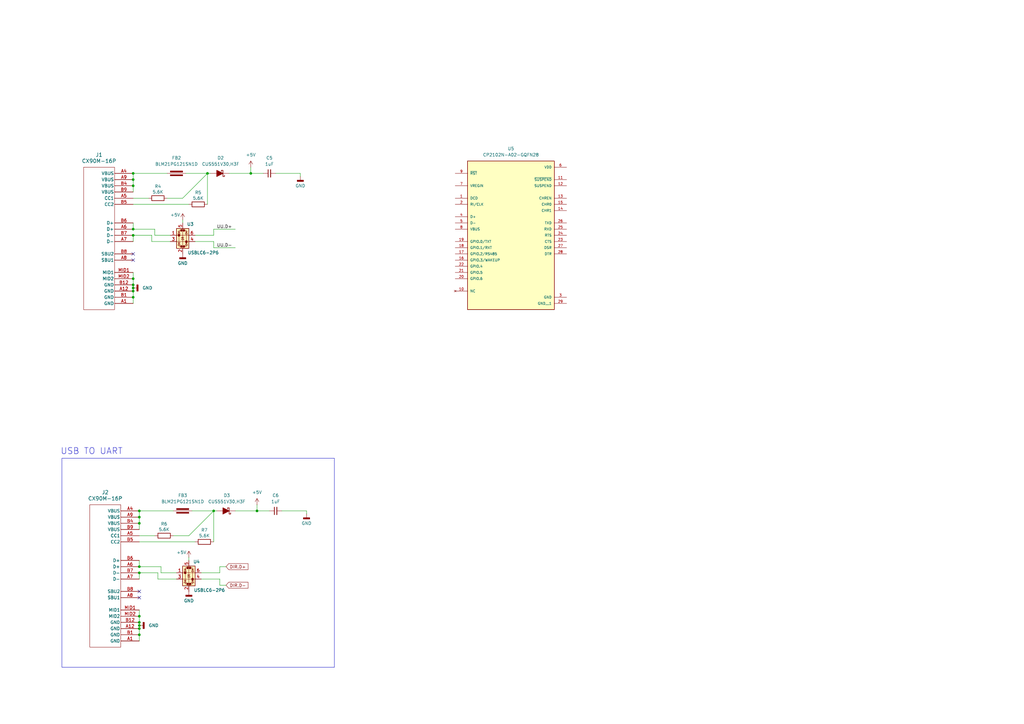
<source format=kicad_sch>
(kicad_sch (version 20250114) (generator "eeschema") (generator_version "9.0")
  (paper "A3")
  (title_block (title "ESP MACRO PAD") (date "2025-10-01") (rev "1") (company "Ronald Tun"))
  (lib_symbols
    (symbol "CP2102N-A02-GQFN28:CP2102N-A02-GQFN28" (pin_names (offset 1.016))
      (property "Reference" "U" (at -17.78 33.02 0))
      (property "Value" "CP2102N-A02-GQFN28" (at -17.78 -35.56 0))
      (symbol "CP2102N-A02-GQFN28_0_0"
        (rectangle (start -17.78 -30.48) (end 17.78 30.48) (stroke (width 0.254)) (fill (type background)))
        (pin input line (at -22.86 25.4 0) (length 5.08) (name "~{RST}") (number "9"))
        (pin input line (at -22.86 20.32 0) (length 5.08) (name "VREGIN") (number "7"))
        (pin input line (at -22.86 15.24 0) (length 5.08) (name "DCD") (number "1"))
        (pin bidirectional line (at -22.86 12.7 0) (length 5.08) (name "RI/CLK") (number "2"))
        (pin bidirectional line (at -22.86 7.62 0) (length 5.08) (name "D+") (number "4"))
        (pin bidirectional line (at -22.86 5.08 0) (length 5.08) (name "D-") (number "5"))
        (pin input line (at -22.86 2.54 0) (length 5.08) (name "VBUS") (number "8"))
        (pin bidirectional line (at -22.86 -2.54 0) (length 5.08) (name "GPIO.0/TXT") (number "19"))
        (pin bidirectional line (at -22.86 -5.08 0) (length 5.08) (name "GPIO.1/RXT") (number "18"))
        (pin bidirectional line (at -22.86 -7.62 0) (length 5.08) (name "GPIO.2/RS485") (number "17"))
        (pin bidirectional line (at -22.86 -10.16 0) (length 5.08) (name "GPIO.3/WAKEUP") (number "16"))
        (pin bidirectional line (at -22.86 -12.7 0) (length 5.08) (name "GPIO.4") (number "22"))
        (pin bidirectional line (at -22.86 -15.24 0) (length 5.08) (name "GPIO.5") (number "21"))
        (pin bidirectional line (at -22.86 -17.78 0) (length 5.08) (name "GPIO.6") (number "20"))
        (pin no_connect line (at -22.86 -22.86 0) (length 5.08) (name "NC") (number "10"))
        (pin power_in line (at 22.86 27.94 180) (length 5.08) (name "VDD") (number "6"))
        (pin output line (at 22.86 22.86 180) (length 5.08) (name "~{SUSPEND}") (number "11"))
        (pin output line (at 22.86 20.32 180) (length 5.08) (name "SUSPEND") (number "12"))
        (pin output line (at 22.86 15.24 180) (length 5.08) (name "CHREN") (number "13"))
        (pin output line (at 22.86 12.7 180) (length 5.08) (name "CHR0") (number "15"))
        (pin output line (at 22.86 10.16 180) (length 5.08) (name "CHR1") (number "14"))
        (pin output line (at 22.86 5.08 180) (length 5.08) (name "TXD") (number "26"))
        (pin input line (at 22.86 2.54 180) (length 5.08) (name "RXD") (number "25"))
        (pin output line (at 22.86 0 180) (length 5.08) (name "RTS") (number "24"))
        (pin input line (at 22.86 -2.54 180) (length 5.08) (name "CTS") (number "23"))
        (pin input line (at 22.86 -5.08 180) (length 5.08) (name "DSR") (number "27"))
        (pin output line (at 22.86 -7.62 180) (length 5.08) (name "DTR") (number "28"))
        (pin power_in line (at 22.86 -25.4 180) (length 5.08) (name "GND") (number "3"))
        (pin power_in line (at 22.86 -27.94 180) (length 5.08) (name "GND__1") (number "29"))
      )
    )
    (symbol "CX90M-16P:CX90M-16P" (pin_names (offset 0.254))
      (property "Reference" "J" (at 20.32 12.7 0))
      (property "Value" "CX90M-16P" (at 20.32 10.16 0))
      (symbol "CX90M-16P_0_1"
        (pin unspecified line (at 33.02 5.08 180) (length 7.62) (name "VBUS") (number "A4"))
        (pin unspecified line (at 33.02 2.54 180) (length 7.62) (name "VBUS") (number "A9"))
        (pin unspecified line (at 33.02 0 180) (length 7.62) (name "VBUS") (number "B4"))
        (pin unspecified line (at 33.02 -2.54 180) (length 7.62) (name "VBUS") (number "B9"))
        (pin bidirectional line (at 33.02 -5.08 180) (length 7.62) (name "CC1") (number "A5"))
        (pin bidirectional line (at 33.02 -7.62 180) (length 7.62) (name "CC2") (number "B5"))
        (pin unspecified line (at 33.02 -15.24 180) (length 7.62) (name "D+") (number "B6"))
        (pin unspecified line (at 33.02 -17.78 180) (length 7.62) (name "D+") (number "A6"))
        (pin bidirectional line (at 33.02 -20.32 180) (length 7.62) (name "D-") (number "B7"))
        (pin bidirectional line (at 33.02 -22.86 180) (length 7.62) (name "D-") (number "A7"))
        (pin bidirectional line (at 33.02 -27.94 180) (length 7.62) (name "SBU2") (number "B8"))
        (pin bidirectional line (at 33.02 -30.48 180) (length 7.62) (name "SBU1") (number "A8"))
        (pin bidirectional line (at 33.02 -35.56 180) (length 7.62) (name "MID1") (number "MID1"))
        (pin bidirectional line (at 33.02 -38.1 180) (length 7.62) (name "MID2") (number "MID2"))
        (pin power_out line (at 33.02 -40.64 180) (length 7.62) (name "GND") (number "B12"))
        (pin power_out line (at 33.02 -43.18 180) (length 7.62) (name "GND") (number "A12"))
        (pin power_out line (at 33.02 -45.72 180) (length 7.62) (name "GND") (number "B1"))
        (pin power_out line (at 33.02 -48.26 180) (length 7.62) (name "GND") (number "A1"))
      )
      (symbol "CX90M-16P_1_1"
        (rectangle (start 12.7 7.62) (end 25.4 -50.8))
      )
    )
    (symbol "Device:C_Small" (pin_numbers (hide yes)) (pin_names (offset 0.254) (hide yes))
      (property "Reference" "C" (at 0.254 1.778 0))
      (property "Value" "C_Small" (at 0.254 -2.032 0))
      (symbol "C_Small_0_1"
        (polyline (pts (xy -1.524 0.508) (xy 1.524 0.508)) (stroke (width 0.3048)))
        (polyline (pts (xy -1.524 -0.508) (xy 1.524 -0.508)) (stroke (width 0.3302)))
      )
      (symbol "C_Small_1_1"
        (pin passive line (at 0 2.54 270) (length 2.032) (name "~") (number "1"))
        (pin passive line (at 0 -2.54 90) (length 2.032) (name "~") (number "2"))
      )
    )
    (symbol "PCM_Device_AKL:Ferrite_Bead" (pin_numbers (hide yes)) (pin_names (offset 0))
      (property "Reference" "FB" (at 0 4.572 0))
      (property "Value" "Ferrite_Bead" (at 0 3.175 0))
      (symbol "Ferrite_Bead_0_1"
        (rectangle (start -2.54 1.016) (end 2.54 0.508) (fill (type outline)))
        (polyline (pts (xy 2.54 0) (xy -2.54 0)))
      )
      (symbol "Ferrite_Bead_1_1"
        (rectangle (start -2.54 -0.508) (end 2.54 -1.016) (fill (type outline)))
        (pin passive line (at -3.81 0 0) (length 1.27) (name "~") (number "1"))
        (pin passive line (at 3.81 0 180) (length 1.27) (name "~") (number "2"))
      )
    )
    (symbol "PCM_Diode_Schottky_AKL:CUS551V30,HF" (pin_numbers (hide yes)) (pin_names (offset 1.016) (hide yes))
      (property "Reference" "D" (at 0 6.35 0))
      (property "Value" "CUS551V30,H3F" (at 0 3.81 0))
      (symbol "CUS551V30,HF_0_1"
        (polyline (pts (xy -1.27 0) (xy 1.27 0)))
        (polyline (pts (xy -1.27 -1.27) (xy -1.27 1.27) (xy 1.27 0) (xy -1.27 -1.27)) (stroke (width 0.254)) (fill (type outline)))
        (polyline (pts (xy 1.905 -0.762) (xy 1.905 -1.27) (xy 1.27 -1.27) (xy 1.27 1.27) (xy 0.635 1.27) (xy 0.635 0.762)) (stroke (width 0.254)))
      )
      (symbol "CUS551V30,HF_0_2"
        (polyline (pts (xy -2.54 -2.54) (xy 2.54 2.54)))
        (polyline (pts (xy -0.889 -0.889) (xy -1.778 0) (xy 0.889 0.889) (xy 0 -1.778) (xy -0.889 -0.889)) (stroke (width 0.254)) (fill (type outline)))
        (polyline (pts (xy 0 1.778) (xy 1.778 0)) (stroke (width 0.254)))
        (polyline (pts (xy 0 1.778) (xy -0.381 1.397) (xy 0 1.016)) (stroke (width 0.254)))
        (polyline (pts (xy 1.778 0) (xy 2.159 0.381) (xy 1.778 0.762)) (stroke (width 0.254)))
      )
      (symbol "CUS551V30,HF_1_1"
        (pin passive line (at -3.81 0 0) (length 2.54) (name "A") (number "2"))
        (pin passive line (at 3.81 0 180) (length 2.54) (name "K") (number "1"))
      )
      (symbol "CUS551V30,HF_1_2"
        (pin passive line (at -2.54 -2.54 0) (length 0) (name "A") (number "2"))
        (pin passive line (at 2.54 2.54 180) (length 0) (name "K") (number "1"))
      )
    )
    (symbol "PCM_Resistor_AKL:R_0603" (pin_numbers (hide yes)) (pin_names (offset 0))
      (property "Reference" "R" (at 2.54 1.27 0))
      (property "Value" "R_0603" (at 2.54 -1.27 0))
      (symbol "R_0603_0_1"
        (rectangle (start -1.016 2.54) (end 1.016 -2.54) (stroke (width 0.254)))
      )
      (symbol "R_0603_0_2"
        (polyline (pts (xy -2.54 -2.54) (xy -1.524 -1.524)))
        (polyline (pts (xy 1.524 1.524) (xy 2.54 2.54)))
        (polyline (pts (xy 1.524 1.524) (xy 0.889 2.159) (xy -2.159 -0.889) (xy -0.889 -2.159) (xy 2.159 0.889) (xy 1.524 1.524)) (stroke (width 0.254)))
      )
      (symbol "R_0603_1_1"
        (pin passive line (at 0 3.81 270) (length 1.27) (name "~") (number "1"))
        (pin passive line (at 0 -3.81 90) (length 1.27) (name "~") (number "2"))
      )
      (symbol "R_0603_1_2"
        (pin passive line (at -2.54 -2.54 0) (length 0) (name "") (number "2"))
        (pin passive line (at 2.54 2.54 180) (length 0) (name "") (number "1"))
      )
    )
    (symbol "Power_Protection:USBLC6-2P6" (pin_names (hide yes))
      (property "Reference" "U" (at 0.635 5.715 0))
      (property "Value" "USBLC6-2P6" (at 0.635 3.81 0))
      (symbol "USBLC6-2P6_0_0"
        (circle (center -1.524 0) (radius 0.0001) (stroke (width 0.508)))
        (circle (center -0.508 2.032) (radius 0.0001) (stroke (width 0.508)))
        (circle (center -0.508 -4.572) (radius 0.0001) (stroke (width 0.508)))
        (circle (center 0.508 2.032) (radius 0.0001) (stroke (width 0.508)))
        (circle (center 0.508 -4.572) (radius 0.0001) (stroke (width 0.508)))
        (circle (center 1.524 -2.54) (radius 0.0001) (stroke (width 0.508)))
      )
      (symbol "USBLC6-2P6_0_1"
        (polyline (pts (xy -2.54 0) (xy 2.54 0)))
        (polyline (pts (xy -2.54 -2.54) (xy 2.54 -2.54)))
        (polyline (pts (xy -2.032 0.508) (xy -1.016 0.508) (xy -1.524 1.524) (xy -2.032 0.508)))
        (polyline (pts (xy -2.032 -3.048) (xy -1.016 -3.048)))
        (polyline (pts (xy -1.016 1.524) (xy -2.032 1.524)))
        (polyline (pts (xy -1.016 -4.064) (xy -2.032 -4.064) (xy -1.524 -3.048) (xy -1.016 -4.064)))
        (polyline (pts (xy -0.508 -1.143) (xy -0.508 -0.762) (xy 0.508 -0.762)))
        (polyline (pts (xy 0 2.54) (xy -0.508 2.032) (xy 0.508 2.032) (xy 0 1.524) (xy 0 -4.064) (xy -0.508 -4.572) (xy 0.508 -4.572) (xy 0 -5.08)))
        (polyline (pts (xy 0.508 -1.778) (xy -0.508 -1.778) (xy 0 -0.762) (xy 0.508 -1.778)))
        (polyline (pts (xy 1.016 1.524) (xy 2.032 1.524)))
        (polyline (pts (xy 1.016 -3.048) (xy 2.032 -3.048)))
        (polyline (pts (xy 2.032 0.508) (xy 1.016 0.508) (xy 1.524 1.524) (xy 2.032 0.508)))
        (polyline (pts (xy 2.032 -4.064) (xy 1.016 -4.064) (xy 1.524 -3.048) (xy 2.032 -4.064)))
      )
      (symbol "USBLC6-2P6_1_1"
        (rectangle (start -2.54 2.794) (end 2.54 -5.334) (stroke (width 0.254)) (fill (type background)))
        (polyline (pts (xy -0.508 2.032) (xy -1.524 2.032) (xy -1.524 -4.572) (xy -0.508 -4.572)))
        (polyline (pts (xy 0.508 -4.572) (xy 1.524 -4.572) (xy 1.524 2.032) (xy 0.508 2.032)))
        (pin passive line (at -5.08 0 0) (length 2.54) (name "I/O1") (number "1"))
        (pin passive line (at -5.08 -2.54 0) (length 2.54) (name "I/O2") (number "3"))
        (pin passive line (at 0 5.08 270) (length 2.54) (name "VBUS") (number "5"))
        (pin passive line (at 0 -7.62 90) (length 2.54) (name "GND") (number "2"))
        (pin passive line (at 5.08 0 180) (length 2.54) (name "I/O1") (number "6"))
        (pin passive line (at 5.08 -2.54 180) (length 2.54) (name "I/O2") (number "4"))
      )
    )
    (symbol "power:+5V" (power) (pin_numbers (hide yes)) (pin_names (offset 0) (hide yes))
      (property "Value" "+5V" (at 0 3.556 0))
      (symbol "+5V_0_1"
        (polyline (pts (xy -0.762 1.27) (xy 0 2.54)))
        (polyline (pts (xy 0 2.54) (xy 0.762 1.27)))
        (polyline (pts (xy 0 0) (xy 0 2.54)))
      )
      (symbol "+5V_1_1"
        (pin power_in line (at 0 0 90) (length 0) (name "~") (number "1"))
      )
    )
    (symbol "power:GNDD" (power) (pin_numbers (hide yes)) (pin_names (offset 0) (hide yes))
      (property "Value" "GNDD" (at 0 -3.175 0))
      (symbol "GNDD_0_1"
        (rectangle (start -1.27 -1.524) (end 1.27 -2.032) (stroke (width 0.254)) (fill (type outline)))
        (polyline (pts (xy 0 0) (xy 0 -1.524)))
      )
      (symbol "GNDD_1_1"
        (pin power_in line (at 0 0 270) (length 0) (name "~") (number "1"))
      )
    )
  )
  (rectangle (start 25.4 187.96) (end 137.16 273.685))
  (text "USB TO UART\n" (at 37.592 185.166 0) (effects (font (size 2.54 2.54))))
  (junction (at 54.61 119.38))
  (junction (at 54.61 121.92))
  (junction (at 57.15 214.63))
  (junction (at 102.87 71.12))
  (junction (at 57.15 255.27))
  (junction (at 54.61 73.66))
  (junction (at 57.15 260.35))
  (junction (at 57.15 234.95))
  (junction (at 54.61 114.3))
  (junction (at 54.61 118.11))
  (junction (at 85.09 71.12))
  (junction (at 57.15 212.09))
  (junction (at 57.15 257.81))
  (junction (at 87.63 209.55))
  (junction (at 57.15 256.54))
  (junction (at 54.61 71.12))
  (junction (at 54.61 96.52))
  (junction (at 57.15 252.73))
  (junction (at 57.15 209.55))
  (junction (at 54.61 116.84))
  (junction (at 54.61 76.2))
  (junction (at 54.61 93.98))
  (junction (at 57.15 232.41))
  (junction (at 105.41 209.55))
  (no_connect (at 54.61 104.14))
  (no_connect (at 57.15 242.57))
  (no_connect (at 54.61 106.68))
  (no_connect (at 57.15 245.11))
  (wire (pts (xy 57.15 252.73) (xy 57.15 255.27)))
  (wire (pts (xy 66.04 232.41) (xy 57.15 232.41)))
  (wire (pts (xy 54.61 111.76) (xy 54.61 114.3)))
  (wire (pts (xy 87.63 101.6) (xy 87.63 99.06)))
  (wire (pts (xy 64.77 237.49) (xy 72.39 237.49)))
  (wire (pts (xy 57.15 234.95) (xy 57.15 237.49)))
  (wire (pts (xy 54.61 81.28) (xy 60.96 81.28)))
  (wire (pts (xy 102.87 68.58) (xy 102.87 71.12)))
  (wire (pts (xy 71.12 219.71) (xy 77.47 219.71)))
  (wire (pts (xy 54.61 119.38) (xy 54.61 121.92)))
  (wire (pts (xy 74.93 90.17) (xy 74.93 91.44)))
  (wire (pts (xy 90.17 234.95) (xy 82.55 234.95)))
  (wire (pts (xy 90.17 240.03) (xy 92.71 240.03)))
  (wire (pts (xy 54.61 91.44) (xy 54.61 93.98)))
  (wire (pts (xy 85.09 71.12) (xy 86.36 71.12)))
  (wire (pts (xy 54.61 116.84) (xy 54.61 118.11)))
  (wire (pts (xy 57.15 219.71) (xy 63.5 219.71)))
  (wire (pts (xy 66.04 234.95) (xy 72.39 234.95)))
  (wire (pts (xy 90.17 240.03) (xy 90.17 237.49)))
  (wire (pts (xy 57.15 257.81) (xy 57.15 260.35)))
  (wire (pts (xy 54.61 76.2) (xy 54.61 78.74)))
  (wire (pts (xy 63.5 93.98) (xy 54.61 93.98)))
  (wire (pts (xy 54.61 96.52) (xy 54.61 99.06)))
  (wire (pts (xy 76.2 71.12) (xy 85.09 71.12)))
  (wire (pts (xy 57.15 260.35) (xy 57.15 262.89)))
  (wire (pts (xy 85.09 71.12) (xy 85.09 83.82)))
  (wire (pts (xy 105.41 207.01) (xy 105.41 209.55)))
  (wire (pts (xy 57.15 222.25) (xy 80.01 222.25)))
  (wire (pts (xy 54.61 114.3) (xy 54.61 116.84)))
  (wire (pts (xy 87.63 96.52) (xy 80.01 96.52)))
  (wire (pts (xy 105.41 209.55) (xy 110.49 209.55)))
  (wire (pts (xy 63.5 96.52) (xy 69.85 96.52)))
  (wire (pts (xy 57.15 250.19) (xy 57.15 252.73)))
  (wire (pts (xy 77.47 228.6) (xy 77.47 229.87)))
  (wire (pts (xy 74.93 81.28) (xy 85.09 71.12)))
  (wire (pts (xy 57.15 214.63) (xy 57.15 217.17)))
  (wire (pts (xy 102.87 71.12) (xy 107.95 71.12)))
  (wire (pts (xy 57.15 209.55) (xy 71.12 209.55)))
  (wire (pts (xy 68.58 81.28) (xy 74.93 81.28)))
  (wire (pts (xy 77.47 219.71) (xy 87.63 209.55)))
  (wire (pts (xy 57.15 256.54) (xy 57.15 257.81)))
  (wire (pts (xy 125.73 209.55) (xy 125.73 210.82)))
  (wire (pts (xy 87.63 101.6) (xy 96.52 101.6)))
  (wire (pts (xy 115.57 209.55) (xy 125.73 209.55)))
  (wire (pts (xy 54.61 121.92) (xy 54.61 124.46)))
  (wire (pts (xy 90.17 232.41) (xy 92.71 232.41)))
  (wire (pts (xy 66.04 234.95) (xy 66.04 232.41)))
  (wire (pts (xy 57.15 255.27) (xy 57.15 256.54)))
  (wire (pts (xy 96.52 209.55) (xy 105.41 209.55)))
  (wire (pts (xy 54.61 83.82) (xy 77.47 83.82)))
  (wire (pts (xy 54.61 71.12) (xy 68.58 71.12)))
  (wire (pts (xy 64.77 237.49) (xy 64.77 234.95)))
  (wire (pts (xy 64.77 234.95) (xy 57.15 234.95)))
  (wire (pts (xy 90.17 232.41) (xy 90.17 234.95)))
  (wire (pts (xy 54.61 118.11) (xy 54.61 119.38)))
  (wire (pts (xy 62.23 96.52) (xy 54.61 96.52)))
  (wire (pts (xy 62.23 99.06) (xy 69.85 99.06)))
  (wire (pts (xy 78.74 209.55) (xy 87.63 209.55)))
  (wire (pts (xy 57.15 209.55) (xy 57.15 212.09)))
  (wire (pts (xy 87.63 99.06) (xy 80.01 99.06)))
  (wire (pts (xy 87.63 93.98) (xy 96.52 93.98)))
  (wire (pts (xy 93.98 71.12) (xy 102.87 71.12)))
  (wire (pts (xy 57.15 212.09) (xy 57.15 214.63)))
  (wire (pts (xy 57.15 229.87) (xy 57.15 232.41)))
  (wire (pts (xy 54.61 71.12) (xy 54.61 73.66)))
  (wire (pts (xy 87.63 209.55) (xy 87.63 222.25)))
  (wire (pts (xy 87.63 93.98) (xy 87.63 96.52)))
  (wire (pts (xy 87.63 209.55) (xy 88.9 209.55)))
  (wire (pts (xy 63.5 96.52) (xy 63.5 93.98)))
  (wire (pts (xy 54.61 73.66) (xy 54.61 76.2)))
  (wire (pts (xy 113.03 71.12) (xy 123.19 71.12)))
  (wire (pts (xy 123.19 71.12) (xy 123.19 72.39)))
  (wire (pts (xy 90.17 237.49) (xy 82.55 237.49)))
  (wire (pts (xy 62.23 99.06) (xy 62.23 96.52)))
  (label "UU.D+" (at 88.9 93.98 0))
  (label "UU.D-" (at 88.9 101.6 0))
  (global_label "DIR.D-" (shape input) (at 92.71 240.03 0) (property "Intersheetrefs" "${INTERSHEET_REFS}" (effects (hide yes))))
  (global_label "DIR.D+" (shape input) (at 92.71 232.41 0) (property "Intersheetrefs" "${INTERSHEET_REFS}" (effects (hide yes))))
  (symbol (lib_id "PCM_Resistor_AKL:R_0603") (at 83.82 222.25 90) (unit 1)
    (property "Reference" "R7" (at 83.82 217.424 90))
    (property "Value" "5.6K" (at 83.82 219.71 90))
    (property "Footprint" "PCM_Resistor_SMD_AKL:R_0603_1608Metric" (effects (hide yes)))
    (property "Description" "SMD 0603 Chip Resistor, European Symbol, Alternate KiCad Library" (effects (hide yes)))
  )
  (symbol (lib_id "PCM_Diode_Schottky_AKL:CUS551V30,HF") (at 92.71 209.55 0) (unit 1)
    (property "Reference" "D3" (at 93.0275 203.2 0))
    (property "Value" "CUS551V30,H3F" (at 93.0275 205.74 0))
    (property "Footprint" "PCM_Diode_SMD_AKL:D_SOD-323" (effects (hide yes)))
    (property "Datasheet" "https://www.tme.eu/Document/d22a55670b70006afef4e70763097008/CUS520.pdf" (effects (hide yes)))
    (property "Description" "Diode Schottky 30 V 500mA Surface Mount USC" (effects (hide yes)))
  )
  (symbol (lib_id "PCM_Device_AKL:Ferrite_Bead") (at 72.39 71.12 0) (unit 1)
    (property "Reference" "FB2" (at 72.39 64.77 0))
    (property "Value" "BLM21PG121SN1D" (at 72.39 67.31 0))
    (property "Description" "Ferrite bead, Alternate KiCAD Library" (effects (hide yes)))
  )
  (symbol (lib_id "Power_Protection:USBLC6-2P6") (at 77.47 234.95 0) (unit 1)
    (property "Reference" "U4" (at 79.248 230.378 0) (effects (justify left)))
    (property "Value" "USBLC6-2P6" (at 79.502 242.062 0) (effects (justify left)))
    (property "Footprint" "Package_TO_SOT_SMD:SOT-666" (effects (hide yes)))
    (property "Datasheet" "https://www.st.com/resource/en/datasheet/usblc6-2.pdf" (effects (hide yes)))
    (property "Description" "Very low capacitance ESD protection diode, 2 data-line, SOT-666" (effects (hide yes)))
  )
  (symbol (lib_id "power:GNDD") (at 77.47 242.57 0) (unit 1)
    (property "Reference" "#PWR016" (effects (hide yes)))
    (property "Value" "GND" (at 77.47 246.38 0))
    (property "Description" "Power symbol creates a global label with name \"GNDD\" , digital ground" (effects (hide yes)))
  )
  (symbol (lib_id "PCM_Diode_Schottky_AKL:CUS551V30,HF") (at 90.17 71.12 0) (unit 1)
    (property "Reference" "D2" (at 90.4875 64.77 0))
    (property "Value" "CUS551V30,H3F" (at 90.4875 67.31 0))
    (property "Footprint" "PCM_Diode_SMD_AKL:D_SOD-323" (effects (hide yes)))
    (property "Datasheet" "https://www.tme.eu/Document/d22a55670b70006afef4e70763097008/CUS520.pdf" (effects (hide yes)))
    (property "Description" "Diode Schottky 30 V 500mA Surface Mount USC" (effects (hide yes)))
  )
  (symbol (lib_id "CX90M-16P:CX90M-16P") (at 21.59 76.2 0) (unit 1)
    (property "Reference" "J1" (at 40.64 63.5 0) (effects (font (size 1.524 1.524))))
    (property "Value" "CX90M-16P" (at 40.64 66.04 0) (effects (font (size 1.524 1.524))))
    (property "Datasheet" "CX90M-16P" (effects (hide yes)))
  )
  (symbol (lib_id "power:GNDD") (at 54.61 118.11 90) (unit 1)
    (property "Reference" "#PWR019" (effects (hide yes)))
    (property "Value" "GND" (at 58.42 118.1099 90) (effects (justify right)))
    (property "Description" "Power symbol creates a global label with name \"GNDD\" , digital ground" (effects (hide yes)))
  )
  (symbol (lib_id "PCM_Resistor_AKL:R_0603") (at 64.77 81.28 90) (unit 1)
    (property "Reference" "R4" (at 64.77 76.454 90))
    (property "Value" "5.6K" (at 64.77 78.74 90))
    (property "Footprint" "PCM_Resistor_SMD_AKL:R_0603_1608Metric" (effects (hide yes)))
    (property "Description" "SMD 0603 Chip Resistor, European Symbol, Alternate KiCad Library" (effects (hide yes)))
  )
  (symbol (lib_id "CX90M-16P:CX90M-16P") (at 24.13 214.63 0) (unit 1)
    (property "Reference" "J2" (at 43.18 201.93 0) (effects (font (size 1.524 1.524))))
    (property "Value" "CX90M-16P" (at 43.18 204.47 0) (effects (font (size 1.524 1.524))))
    (property "Datasheet" "CX90M-16P" (effects (hide yes)))
  )
  (symbol (lib_id "power:GNDD") (at 57.15 256.54 90) (unit 1)
    (property "Reference" "#PWR020" (effects (hide yes)))
    (property "Value" "GND" (at 60.96 256.5399 90) (effects (justify right)))
    (property "Description" "Power symbol creates a global label with name \"GNDD\" , digital ground" (effects (hide yes)))
  )
  (symbol (lib_id "Device:C_Small") (at 110.49 71.12 90) (unit 1)
    (property "Reference" "C5" (at 110.4963 64.77 90))
    (property "Value" "1uF" (at 110.4963 67.31 90))
    (property "Description" "Unpolarized capacitor, small symbol" (effects (hide yes)))
  )
  (symbol (lib_id "power:+5V") (at 74.93 90.17 0) (unit 1)
    (property "Reference" "#PWR014" (effects (hide yes)))
    (property "Value" "+5V" (at 71.882 88.138 0))
    (property "Description" "Power symbol creates a global label with name \"+5V\"" (effects (hide yes)))
  )
  (symbol (lib_id "CP2102N-A02-GQFN28:CP2102N-A02-GQFN28") (at 209.55 96.52 0) (unit 1)
    (property "Reference" "U5" (at 209.55 60.96 0))
    (property "Value" "CP2102N-A02-GQFN28" (at 209.55 63.5 0))
    (property "Footprint" "CP2102N-A02-GQFN28:QFN50P500X500X80-29N" (effects (hide yes)))
    (property "PARTREV" "1.5" (effects (hide yes)))
    (property "MANUFACTURER" "Silicon Labs" (effects (hide yes)))
    (property "MAXIMUM_PACKAGE_HEIGHT" "0.8 mm" (effects (hide yes)))
    (property "STANDARD" "IPC 7351B" (effects (hide yes)))
  )
  (symbol (lib_id "Power_Protection:USBLC6-2P6") (at 74.93 96.52 0) (unit 1)
    (property "Reference" "U3" (at 76.708 91.948 0) (effects (justify left)))
    (property "Value" "USBLC6-2P6" (at 76.962 103.632 0) (effects (justify left)))
    (property "Footprint" "Package_TO_SOT_SMD:SOT-666" (effects (hide yes)))
    (property "Datasheet" "https://www.st.com/resource/en/datasheet/usblc6-2.pdf" (effects (hide yes)))
    (property "Description" "Very low capacitance ESD protection diode, 2 data-line, SOT-666" (effects (hide yes)))
  )
  (symbol (lib_id "PCM_Resistor_AKL:R_0603") (at 67.31 219.71 90) (unit 1)
    (property "Reference" "R6" (at 67.31 214.884 90))
    (property "Value" "5.6K" (at 67.31 217.17 90))
    (property "Footprint" "PCM_Resistor_SMD_AKL:R_0603_1608Metric" (effects (hide yes)))
    (property "Description" "SMD 0603 Chip Resistor, European Symbol, Alternate KiCad Library" (effects (hide yes)))
  )
  (symbol (lib_id "power:GNDD") (at 74.93 104.14 0) (unit 1)
    (property "Reference" "#PWR013" (effects (hide yes)))
    (property "Value" "GND" (at 74.93 107.95 0))
    (property "Description" "Power symbol creates a global label with name \"GNDD\" , digital ground" (effects (hide yes)))
  )
  (symbol (lib_id "power:+5V") (at 105.41 207.01 0) (unit 1)
    (property "Reference" "#PWR017" (effects (hide yes)))
    (property "Value" "+5V" (at 105.41 201.93 0))
    (property "Description" "Power symbol creates a global label with name \"+5V\"" (effects (hide yes)))
  )
  (symbol (lib_id "power:+5V") (at 77.47 228.6 0) (unit 1)
    (property "Reference" "#PWR015" (effects (hide yes)))
    (property "Value" "+5V" (at 74.422 226.568 0))
    (property "Description" "Power symbol creates a global label with name \"+5V\"" (effects (hide yes)))
  )
  (symbol (lib_id "power:GNDD") (at 125.73 210.82 0) (unit 1)
    (property "Reference" "#PWR018" (effects (hide yes)))
    (property "Value" "GND" (at 125.73 214.63 0))
    (property "Description" "Power symbol creates a global label with name \"GNDD\" , digital ground" (effects (hide yes)))
  )
  (symbol (lib_id "power:+5V") (at 102.87 68.58 0) (unit 1)
    (property "Reference" "#PWR011" (effects (hide yes)))
    (property "Value" "+5V" (at 102.87 63.5 0))
    (property "Description" "Power symbol creates a global label with name \"+5V\"" (effects (hide yes)))
  )
  (symbol (lib_id "Device:C_Small") (at 113.03 209.55 90) (unit 1)
    (property "Reference" "C6" (at 113.0363 203.2 90))
    (property "Value" "1uF" (at 113.0363 205.74 90))
    (property "Description" "Unpolarized capacitor, small symbol" (effects (hide yes)))
  )
  (symbol (lib_id "PCM_Device_AKL:Ferrite_Bead") (at 74.93 209.55 0) (unit 1)
    (property "Reference" "FB3" (at 74.93 203.2 0))
    (property "Value" "BLM21PG121SN1D" (at 74.93 205.74 0))
    (property "Description" "Ferrite bead, Alternate KiCAD Library" (effects (hide yes)))
  )
  (symbol (lib_id "power:GNDD") (at 123.19 72.39 0) (unit 1)
    (property "Reference" "#PWR012" (effects (hide yes)))
    (property "Value" "GND" (at 123.19 76.2 0))
    (property "Description" "Power symbol creates a global label with name \"GNDD\" , digital ground" (effects (hide yes)))
  )
  (symbol (lib_id "PCM_Resistor_AKL:R_0603") (at 81.28 83.82 90) (unit 1)
    (property "Reference" "R5" (at 81.28 78.994 90))
    (property "Value" "5.6K" (at 81.28 81.28 90))
    (property "Footprint" "PCM_Resistor_SMD_AKL:R_0603_1608Metric" (effects (hide yes)))
    (property "Description" "SMD 0603 Chip Resistor, European Symbol, Alternate KiCad Library" (effects (hide yes)))
  )
)
</source>
